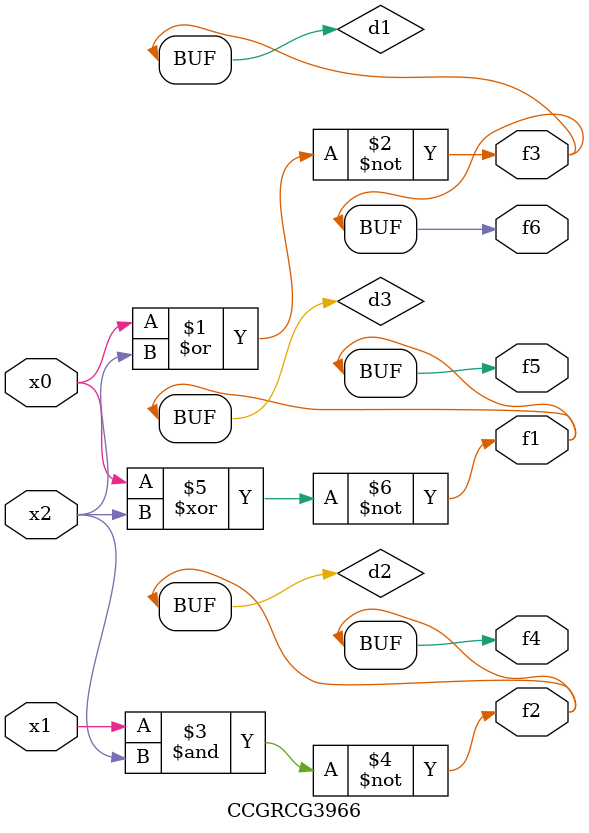
<source format=v>
module CCGRCG3966(
	input x0, x1, x2,
	output f1, f2, f3, f4, f5, f6
);

	wire d1, d2, d3;

	nor (d1, x0, x2);
	nand (d2, x1, x2);
	xnor (d3, x0, x2);
	assign f1 = d3;
	assign f2 = d2;
	assign f3 = d1;
	assign f4 = d2;
	assign f5 = d3;
	assign f6 = d1;
endmodule

</source>
